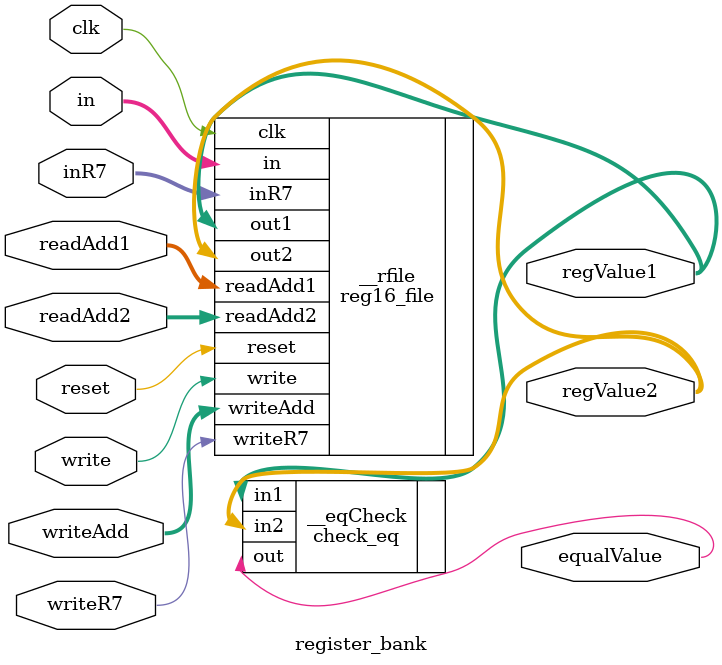
<source format=v>
module register_bank(in, readAdd1, readAdd2, regValue1, regValue2, equalValue, write, writeAdd, writeR7, inR7, clk, reset);

	output [15:0] regValue1, regValue2;
	output 	      equalValue;
	
	input  [15:0] in, inR7;
	input  [2:0]  readAdd1, readAdd2, writeAdd;
	input	      write, writeR7, clk, reset;
	
	reg16_file __rfile(.clk(clk), .out1(regValue1), .out2(regValue2), .readAdd1(readAdd1), .readAdd2(readAdd2), .write(write), .writeAdd(writeAdd), .writeR7(writeR7), .inR7(inR7), .in(in), .reset(reset));
	check_eq   __eqCheck(.in1(regValue1), .in2(regValue2), .out(equalValue));

endmodule
</source>
